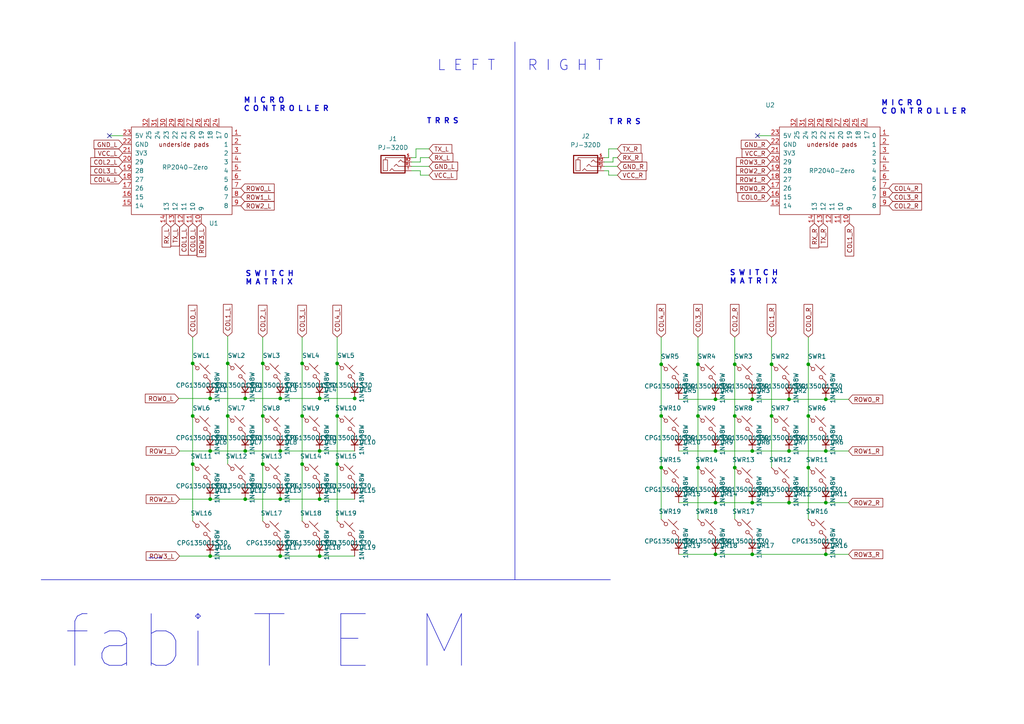
<source format=kicad_sch>
(kicad_sch (version 20231120) (generator "eeschema") (generator_version "8.0")
  (paper "A4")
  (title_block (title "fabiTEM split keyboard") (date "2024-05-23") (rev "0.5") (comment 1 "made by fabilab"))
  (junction (at 102.87 115.57))
  (junction (at 228.854 115.824))
  (junction (at 60.96 144.78))
  (junction (at 55.88 120.65))
  (junction (at 76.2 105.41))
  (junction (at 97.79 120.65))
  (junction (at 55.88 105.41))
  (junction (at 218.186 160.782))
  (junction (at 213.106 120.65))
  (junction (at 55.88 134.62))
  (junction (at 60.96 161.29))
  (junction (at 202.438 120.65))
  (junction (at 228.854 130.81))
  (junction (at 207.518 145.796))
  (junction (at 71.12 115.57))
  (junction (at 97.79 105.41))
  (junction (at 66.04 105.41))
  (junction (at 81.28 115.57))
  (junction (at 207.518 160.782))
  (junction (at 87.63 134.62))
  (junction (at 191.77 135.636))
  (junction (at 213.106 135.636))
  (junction (at 223.774 105.664))
  (junction (at 92.71 144.78))
  (junction (at 92.71 161.29))
  (junction (at 213.106 105.664))
  (junction (at 81.28 130.81))
  (junction (at 71.12 144.78))
  (junction (at 92.71 115.57))
  (junction (at 191.77 105.664))
  (junction (at 207.518 130.81))
  (junction (at 60.96 130.81))
  (junction (at 239.522 145.796))
  (junction (at 218.186 115.824))
  (junction (at 87.63 105.41))
  (junction (at 60.96 115.57))
  (junction (at 218.186 130.81))
  (junction (at 76.2 134.62))
  (junction (at 92.71 130.81))
  (junction (at 202.438 135.636))
  (junction (at 239.522 130.81))
  (junction (at 81.28 161.29))
  (junction (at 71.12 130.81))
  (junction (at 234.442 120.65))
  (junction (at 81.28 144.78))
  (junction (at 239.522 160.782))
  (junction (at 239.522 115.824))
  (junction (at 66.04 120.65))
  (junction (at 76.2 120.65))
  (junction (at 223.774 120.65))
  (junction (at 218.186 145.796))
  (junction (at 234.442 135.636))
  (junction (at 97.79 134.62))
  (junction (at 207.518 115.824))
  (junction (at 234.442 105.664))
  (junction (at 228.854 145.796))
  (junction (at 202.438 105.664))
  (junction (at 191.77 120.65))
  (junction (at 87.63 120.65))
  (no_connect (at 219.71 39.37))
  (no_connect (at 31.75 39.37))
  (wire (pts (xy 196.85 145.796) (xy 207.518 145.796)))
  (wire (pts (xy 97.79 134.62) (xy 97.79 151.13)))
  (wire (pts (xy 196.85 130.81) (xy 207.518 130.81)))
  (wire (pts (xy 176.53 50.8) (xy 179.07 50.8)))
  (wire (pts (xy 207.518 160.782) (xy 218.186 160.782)))
  (wire (pts (xy 234.442 97.79) (xy 234.442 105.664)))
  (wire (pts (xy 71.12 115.57) (xy 81.28 115.57)))
  (wire (pts (xy 121.92 45.72) (xy 124.46 45.72)))
  (wire (pts (xy 60.96 144.78) (xy 71.12 144.78)))
  (wire (pts (xy 177.8 46.99) (xy 177.8 45.72)))
  (wire (pts (xy 239.522 115.824) (xy 246.126 115.824)))
  (wire (pts (xy 81.28 130.81) (xy 92.71 130.81)))
  (wire (pts (xy 175.26 45.72) (xy 176.53 45.72)))
  (wire (pts (xy 191.77 97.79) (xy 191.77 105.664)))
  (wire (pts (xy 218.186 160.782) (xy 239.522 160.782)))
  (wire (pts (xy 228.854 130.81) (xy 239.522 130.81)))
  (wire (pts (xy 81.28 161.29) (xy 92.71 161.29)))
  (wire (pts (xy 191.77 135.636) (xy 191.77 150.622)))
  (wire (pts (xy 218.186 130.81) (xy 228.854 130.81)))
  (wire (pts (xy 191.77 120.65) (xy 191.77 135.636)))
  (wire (pts (xy 97.79 120.65) (xy 97.79 134.62)))
  (wire (pts (xy 52.07 130.81) (xy 60.96 130.81)))
  (wire (pts (xy 66.04 120.65) (xy 66.04 134.62)))
  (wire (pts (xy 234.442 135.636) (xy 234.442 150.622)))
  (wire (pts (xy 207.518 115.824) (xy 218.186 115.824)))
  (wire (pts (xy 60.96 161.29) (xy 81.28 161.29)))
  (wire (pts (xy 55.88 134.62) (xy 55.88 151.13)))
  (wire (pts (xy 92.71 144.78) (xy 102.87 144.78)))
  (wire (pts (xy 97.79 105.41) (xy 97.79 120.65)))
  (wire (pts (xy 223.774 105.664) (xy 223.774 120.65)))
  (wire (pts (xy 213.106 97.79) (xy 213.106 105.664)))
  (wire (pts (xy 196.85 115.824) (xy 207.518 115.824)))
  (wire (pts (xy 121.92 49.53) (xy 121.92 50.8)))
  (wire (pts (xy 234.442 105.664) (xy 234.442 120.65)))
  (wire (pts (xy 71.12 144.78) (xy 81.28 144.78)))
  (wire (pts (xy 31.75 39.37) (xy 35.56 39.37)))
  (wire (pts (xy 219.71 39.37) (xy 223.52 39.37)))
  (wire (pts (xy 120.65 43.18) (xy 120.65 45.72)))
  (wire (pts (xy 239.522 130.81) (xy 246.126 130.81)))
  (wire (pts (xy 124.46 43.18) (xy 120.65 43.18)))
  (polyline (pts (xy 43.18 161.798) (xy 46.99 161.798)) (stroke (width 0) (type dash)))
  (wire (pts (xy 119.38 46.99) (xy 121.92 46.99)))
  (wire (pts (xy 196.85 160.782) (xy 207.518 160.782)))
  (wire (pts (xy 239.522 160.782) (xy 246.126 160.782)))
  (wire (pts (xy 223.774 120.65) (xy 223.774 135.636)))
  (wire (pts (xy 218.186 145.796) (xy 228.854 145.796)))
  (wire (pts (xy 121.92 50.8) (xy 124.46 50.8)))
  (wire (pts (xy 55.88 97.79) (xy 55.88 105.41)))
  (wire (pts (xy 97.79 97.79) (xy 97.79 105.41)))
  (wire (pts (xy 81.28 144.78) (xy 92.71 144.78)))
  (wire (pts (xy 213.106 120.65) (xy 213.106 135.636)))
  (wire (pts (xy 119.38 49.53) (xy 121.92 49.53)))
  (wire (pts (xy 55.88 120.65) (xy 55.88 134.62)))
  (wire (pts (xy 121.92 46.99) (xy 121.92 45.72)))
  (wire (pts (xy 87.63 134.62) (xy 87.63 151.13)))
  (wire (pts (xy 87.63 97.79) (xy 87.63 105.41)))
  (wire (pts (xy 176.53 43.18) (xy 179.07 43.18)))
  (wire (pts (xy 175.26 48.26) (xy 179.07 48.26)))
  (wire (pts (xy 202.438 105.664) (xy 202.438 120.65)))
  (wire (pts (xy 223.774 97.79) (xy 223.774 105.664)))
  (wire (pts (xy 202.438 135.636) (xy 202.438 150.622)))
  (wire (pts (xy 175.26 49.53) (xy 176.53 49.53)))
  (wire (pts (xy 175.26 46.99) (xy 177.8 46.99)))
  (polyline (pts (xy 149.352 12.192) (xy 149.352 168.148)) (stroke (width 0) (type solid)))
  (wire (pts (xy 51.816 115.57) (xy 60.96 115.57)))
  (wire (pts (xy 92.71 115.57) (xy 102.87 115.57)))
  (wire (pts (xy 92.71 130.81) (xy 102.87 130.81)))
  (wire (pts (xy 87.63 120.65) (xy 87.63 134.62)))
  (wire (pts (xy 76.2 134.62) (xy 76.2 151.13)))
  (polyline (pts (xy 11.938 168.148) (xy 177.038 168.148)) (stroke (width 0) (type solid)))
  (wire (pts (xy 60.96 115.57) (xy 71.12 115.57)))
  (wire (pts (xy 76.2 105.41) (xy 76.2 120.65)))
  (wire (pts (xy 81.28 115.57) (xy 92.71 115.57)))
  (wire (pts (xy 207.518 145.796) (xy 218.186 145.796)))
  (wire (pts (xy 71.12 130.81) (xy 81.28 130.81)))
  (wire (pts (xy 60.96 130.81) (xy 71.12 130.81)))
  (wire (pts (xy 213.106 135.636) (xy 213.106 150.622)))
  (wire (pts (xy 102.87 115.57) (xy 103.124 115.57)))
  (wire (pts (xy 119.38 48.26) (xy 124.46 48.26)))
  (wire (pts (xy 120.65 45.72) (xy 119.38 45.72)))
  (wire (pts (xy 66.04 105.41) (xy 66.04 120.65)))
  (wire (pts (xy 66.04 97.536) (xy 66.04 105.41)))
  (wire (pts (xy 92.71 161.29) (xy 102.87 161.29)))
  (wire (pts (xy 87.63 105.41) (xy 87.63 120.65)))
  (wire (pts (xy 207.518 130.81) (xy 218.186 130.81)))
  (wire (pts (xy 202.438 120.65) (xy 202.438 135.636)))
  (wire (pts (xy 218.186 115.824) (xy 228.854 115.824)))
  (wire (pts (xy 176.53 45.72) (xy 176.53 43.18)))
  (wire (pts (xy 191.77 105.664) (xy 191.77 120.65)))
  (wire (pts (xy 202.438 97.79) (xy 202.438 105.664)))
  (wire (pts (xy 213.106 105.664) (xy 213.106 120.65)))
  (wire (pts (xy 228.854 145.796) (xy 239.522 145.796)))
  (wire (pts (xy 76.2 120.65) (xy 76.2 134.62)))
  (wire (pts (xy 76.2 97.79) (xy 76.2 105.41)))
  (wire (pts (xy 52.07 144.78) (xy 60.96 144.78)))
  (wire (pts (xy 52.07 161.29) (xy 60.96 161.29)))
  (wire (pts (xy 239.522 145.796) (xy 246.126 145.796)))
  (wire (pts (xy 55.88 105.41) (xy 55.88 120.65)))
  (wire (pts (xy 228.854 115.824) (xy 239.522 115.824)))
  (wire (pts (xy 176.53 49.53) (xy 176.53 50.8)))
  (wire (pts (xy 234.442 120.65) (xy 234.442 135.636)))
  (wire (pts (xy 177.8 45.72) (xy 179.07 45.72)))
  (text "M I C R O \nC O N T R O L L E R" (at 255.524 33.274 0) (effects (font (size 1.5 1.5) (thickness 0.3) (bold yes)) (justify left bottom)))
  (text "T R R S" (at 176.53 36.322 0) (effects (font (size 1.5 1.5) (thickness 0.3) (bold yes)) (justify left bottom)))
  (text "S W I T C H\nM A T R I X" (at 71.12 82.804 0) (effects (font (size 1.5 1.5) (thickness 0.3) (bold yes)) (justify left bottom)))
  (text "fabi T E M" (at 18.034 195.072 0) (effects (font (size 15 15)) (justify left bottom)))
  (text "S W I T C H\nM A T R I X" (at 211.582 82.55 0) (effects (font (size 1.5 1.5) (thickness 0.3) (bold yes)) (justify left bottom)))
  (text "T R R S" (at 123.698 36.068 0) (effects (font (size 1.5 1.5) (thickness 0.3) (bold yes)) (justify left bottom)))
  (text "R I G H T" (at 152.908 20.828 0) (effects (font (size 3 3)) (justify left bottom)))
  (text "L E F T" (at 143.764 20.828 0) (effects (font (size 3 3)) (justify right bottom)))
  (text "M I C R O \nC O N T R O L L E R" (at 70.612 32.512 0) (effects (font (size 1.5 1.5) (thickness 0.3) (bold yes)) (justify left bottom)))
  (global_label "VCC_R" (shape input) (at 223.52 44.45 180) (property "Intersheetrefs" "${INTERSHEET_REFS}" (effects (hide yes))))
  (global_label "VCC_L" (shape input) (at 124.46 50.8 0) (property "Intersheetrefs" "${INTERSHEET_REFS}" (effects (hide yes))))
  (global_label "ROW3_R" (shape input) (at 246.126 160.782 0) (property "Intersheetrefs" "${INTERSHEET_REFS}" (effects (hide yes))))
  (global_label "GND_R" (shape input) (at 223.52 41.91 180) (property "Intersheetrefs" "${INTERSHEET_REFS}" (effects (hide yes))))
  (global_label "COL3_L" (shape input) (at 87.63 97.79 90) (property "Intersheetrefs" "${INTERSHEET_REFS}" (effects (hide yes))))
  (global_label "COL4_L" (shape input) (at 97.79 97.79 90) (property "Intersheetrefs" "${INTERSHEET_REFS}" (effects (hide yes))))
  (global_label "ROW0_R" (shape input) (at 246.126 115.824 0) (property "Intersheetrefs" "${INTERSHEET_REFS}" (effects (hide yes))))
  (global_label "COL1_L" (shape input) (at 66.04 97.536 90) (property "Intersheetrefs" "${INTERSHEET_REFS}" (effects (hide yes))))
  (global_label "COL2_R" (shape input) (at 213.106 97.79 90) (property "Intersheetrefs" "${INTERSHEET_REFS}" (effects (hide yes))))
  (global_label "GND_L" (shape input) (at 35.56 41.91 180) (property "Intersheetrefs" "${INTERSHEET_REFS}" (effects (hide yes))))
  (global_label "ROW0_R" (shape input) (at 223.52 54.61 180) (property "Intersheetrefs" "${INTERSHEET_REFS}" (effects (hide yes))))
  (global_label "COL0_R" (shape input) (at 223.52 57.15 180) (property "Intersheetrefs" "${INTERSHEET_REFS}" (effects (hide yes))))
  (global_label "COL4_R" (shape input) (at 257.81 54.61 0) (property "Intersheetrefs" "${INTERSHEET_REFS}" (effects (hide yes))))
  (global_label "RX_L" (shape input) (at 124.46 45.72 0) (property "Intersheetrefs" "${INTERSHEET_REFS}" (effects (hide yes))))
  (global_label "TX_R" (shape input) (at 179.07 43.18 0) (property "Intersheetrefs" "${INTERSHEET_REFS}" (effects (hide yes))))
  (global_label "ROW3_L" (shape input) (at 52.07 161.29 180) (property "Intersheetrefs" "${INTERSHEET_REFS}" (effects (hide yes))))
  (global_label "VCC_L" (shape input) (at 35.56 44.45 180) (property "Intersheetrefs" "${INTERSHEET_REFS}" (effects (hide yes))))
  (global_label "TX_L" (shape input) (at 124.46 43.18 0) (property "Intersheetrefs" "${INTERSHEET_REFS}" (effects (hide yes))))
  (global_label "COL1_R" (shape input) (at 246.38 64.77 270) (property "Intersheetrefs" "${INTERSHEET_REFS}" (effects (hide yes))))
  (global_label "ROW3_R" (shape input) (at 223.52 46.99 180) (property "Intersheetrefs" "${INTERSHEET_REFS}" (effects (hide yes))))
  (global_label "ROW0_L" (shape input) (at 51.816 115.57 180) (property "Intersheetrefs" "${INTERSHEET_REFS}" (effects (hide yes))))
  (global_label "ROW1_R" (shape input) (at 246.126 130.81 0) (property "Intersheetrefs" "${INTERSHEET_REFS}" (effects (hide yes))))
  (global_label "GND_L" (shape input) (at 124.46 48.26 0) (property "Intersheetrefs" "${INTERSHEET_REFS}" (effects (hide yes))))
  (global_label "RX_L" (shape input) (at 48.26 64.77 270) (property "Intersheetrefs" "${INTERSHEET_REFS}" (effects (hide yes))))
  (global_label "COL0_L" (shape input) (at 55.88 97.79 90) (property "Intersheetrefs" "${INTERSHEET_REFS}" (effects (hide yes))))
  (global_label "ROW3_L" (shape input) (at 58.42 64.77 270) (property "Intersheetrefs" "${INTERSHEET_REFS}" (effects (hide yes))))
  (global_label "COL3_R" (shape input) (at 257.81 57.15 0) (property "Intersheetrefs" "${INTERSHEET_REFS}" (effects (hide yes))))
  (global_label "RX_R" (shape input) (at 179.07 45.72 0) (property "Intersheetrefs" "${INTERSHEET_REFS}" (effects (hide yes))))
  (global_label "COL4_R" (shape input) (at 191.77 97.79 90) (property "Intersheetrefs" "${INTERSHEET_REFS}" (effects (hide yes))))
  (global_label "VCC_R" (shape input) (at 179.07 50.8 0) (property "Intersheetrefs" "${INTERSHEET_REFS}" (effects (hide yes))))
  (global_label "COL3_R" (shape input) (at 202.438 97.79 90) (property "Intersheetrefs" "${INTERSHEET_REFS}" (effects (hide yes))))
  (global_label "TX_R" (shape input) (at 238.76 64.77 270) (property "Intersheetrefs" "${INTERSHEET_REFS}" (effects (hide yes))))
  (global_label "ROW1_L" (shape input) (at 52.07 130.81 180) (property "Intersheetrefs" "${INTERSHEET_REFS}" (effects (hide yes))))
  (global_label "ROW2_L" (shape input) (at 69.85 59.69 0) (property "Intersheetrefs" "${INTERSHEET_REFS}" (effects (hide yes))))
  (global_label "COL2_R" (shape input) (at 257.81 59.69 0) (property "Intersheetrefs" "${INTERSHEET_REFS}" (effects (hide yes))))
  (global_label "ROW1_L" (shape input) (at 69.85 57.15 0) (property "Intersheetrefs" "${INTERSHEET_REFS}" (effects (hide yes))))
  (global_label "COL1_R" (shape input) (at 223.774 97.79 90) (property "Intersheetrefs" "${INTERSHEET_REFS}" (effects (hide yes))))
  (global_label "GND_R" (shape input) (at 179.07 48.26 0) (property "Intersheetrefs" "${INTERSHEET_REFS}" (effects (hide yes))))
  (global_label "COL0_L" (shape input) (at 55.88 64.77 270) (property "Intersheetrefs" "${INTERSHEET_REFS}" (effects (hide yes))))
  (global_label "COL2_L" (shape input) (at 35.56 46.99 180) (property "Intersheetrefs" "${INTERSHEET_REFS}" (effects (hide yes))))
  (global_label "ROW1_R" (shape input) (at 223.52 52.07 180) (property "Intersheetrefs" "${INTERSHEET_REFS}" (effects (hide yes))))
  (global_label "ROW2_R" (shape input) (at 246.126 145.796 0) (property "Intersheetrefs" "${INTERSHEET_REFS}" (effects (hide yes))))
  (global_label "COL0_R" (shape input) (at 234.442 97.79 90) (property "Intersheetrefs" "${INTERSHEET_REFS}" (effects (hide yes))))
  (global_label "COL3_L" (shape input) (at 35.56 49.53 180) (property "Intersheetrefs" "${INTERSHEET_REFS}" (effects (hide yes))))
  (global_label "COL2_L" (shape input) (at 76.2 97.79 90) (property "Intersheetrefs" "${INTERSHEET_REFS}" (effects (hide yes))))
  (global_label "TX_L" (shape input) (at 50.8 64.77 270) (property "Intersheetrefs" "${INTERSHEET_REFS}" (effects (hide yes))))
  (global_label "ROW2_L" (shape input) (at 52.07 144.78 180) (property "Intersheetrefs" "${INTERSHEET_REFS}" (effects (hide yes))))
  (global_label "COL4_L" (shape input) (at 35.56 52.07 180) (property "Intersheetrefs" "${INTERSHEET_REFS}" (effects (hide yes))))
  (global_label "RX_R" (shape input) (at 236.22 64.77 270) (property "Intersheetrefs" "${INTERSHEET_REFS}" (effects (hide yes))))
  (global_label "ROW0_L" (shape input) (at 69.85 54.61 0) (property "Intersheetrefs" "${INTERSHEET_REFS}" (effects (hide yes))))
  (global_label "COL1_L" (shape input) (at 53.34 64.77 270) (property "Intersheetrefs" "${INTERSHEET_REFS}" (effects (hide yes))))
  (global_label "ROW2_R" (shape input) (at 223.52 49.53 180) (property "Intersheetrefs" "${INTERSHEET_REFS}" (effects (hide yes))))
  (symbol (lib_name "D_Small_25") (lib_id "fabiTEM:D_Small") (at 102.87 158.75 90) (unit 1)
    (property "Reference" "DL19" (at 104.14 158.75 90) (effects (justify right)))
    (property "Value" "1N4148W" (at 104.902 162.56 0) (effects (justify left)))
    (property "Footprint" "fabiTEM:Diode_SOD123" (effects (hide yes)))
    (property "Description" "100V 0.15A Fast Switching Diode, SOD-123" (effects (hide yes)))
    (property "Sim.Device" "D" (effects (hide yes)))
    (property "Sim.Pins" "1=K 2=A" (effects (hide yes)))
  )
  (symbol (lib_id "fabiTEM:SW_Push_45deg") (at 226.314 108.204 0) (unit 1)
    (property "Reference" "SWR2" (at 226.314 103.378 0))
    (property "Value" "CPG135001S30" (at 226.314 112.014 0))
    (property "Footprint" "fabiTEM:Kailh_socket_PG1350_reverse" (effects (hide yes)))
    (property "Description" "Push button switch, normally open, two pins, 45° tilted" (effects (hide yes)))
  )
  (symbol (lib_id "fabiTEM:SW_Push_45deg") (at 78.74 153.67 0) (unit 1)
    (property "Reference" "SWL17" (at 78.74 148.844 0))
    (property "Value" "CPG135001S30" (at 78.74 157.48 0))
    (property "Footprint" "fabiTEM:Kailh_socket_PG1350_reverse" (effects (hide yes)))
    (property "Description" "Push button switch, normally open, two pins, 45° tilted" (effects (hide yes)))
  )
  (symbol (lib_id "fabiTEM:SW_Push_45deg") (at 58.42 153.67 0) (unit 1)
    (property "Reference" "SWL16" (at 58.42 148.844 0))
    (property "Value" "CPG135001S30" (at 58.674 157.48 0))
    (property "Footprint" "fabiTEM:Kailh_socket_PG1350_reverse" (effects (hide yes)))
    (property "Description" "Push button switch, normally open, two pins, 45° tilted" (effects (hide yes)))
  )
  (symbol (lib_id "fabiTEM:SW_Push_45deg") (at 236.982 153.162 0) (unit 1)
    (property "Reference" "SWR16" (at 236.982 148.336 0))
    (property "Value" "CPG135001S30" (at 236.982 156.972 0))
    (property "Footprint" "fabiTEM:Kailh_socket_PG1350_reverse" (effects (hide yes)))
    (property "Description" "Push button switch, normally open, two pins, 45° tilted" (effects (hide yes)))
  )
  (symbol (lib_id "fabiTEM:SW_Push_45deg") (at 90.17 107.95 0) (unit 1)
    (property "Reference" "SWL4" (at 90.17 103.124 0))
    (property "Value" "CPG135001S30" (at 90.17 111.76 0))
    (property "Footprint" "fabiTEM:Kailh_socket_PG1350_reverse" (effects (hide yes)))
    (property "Description" "Push button switch, normally open, two pins, 45° tilted" (effects (hide yes)))
  )
  (symbol (lib_name "D_Small_15") (lib_id "fabiTEM:D_Small") (at 239.522 128.27 90) (unit 1)
    (property "Reference" "DR6" (at 240.792 128.27 90) (effects (justify right)))
    (property "Value" "1N4148W" (at 241.554 132.08 0) (effects (justify left)))
    (property "Footprint" "fabiTEM:Diode_SOD123" (effects (hide yes)))
    (property "Description" "100V 0.15A Fast Switching Diode, SOD-123" (effects (hide yes)))
    (property "Sim.Device" "D" (effects (hide yes)))
    (property "Sim.Pins" "1=K 2=A" (effects (hide yes)))
  )
  (symbol (lib_id "fabiTEM:SW_Push_45deg") (at 215.646 108.204 0) (unit 1)
    (property "Reference" "SWR3" (at 215.646 103.378 0))
    (property "Value" "CPG135001S30" (at 215.646 112.014 0))
    (property "Footprint" "fabiTEM:Kailh_socket_PG1350_reverse" (effects (hide yes)))
    (property "Description" "Push button switch, normally open, two pins, 45° tilted" (effects (hide yes)))
  )
  (symbol (lib_id "fabiTEM:SW_Push_45deg") (at 78.74 107.95 0) (unit 1)
    (property "Reference" "SWL3" (at 78.74 103.124 0))
    (property "Value" "CPG135001S30" (at 78.74 111.76 0))
    (property "Footprint" "fabiTEM:Kailh_socket_PG1350_reverse" (effects (hide yes)))
    (property "Description" "Push button switch, normally open, two pins, 45° tilted" (effects (hide yes)))
  )
  (symbol (lib_name "D_Small_6") (lib_id "fabiTEM:D_Small") (at 196.85 113.284 90) (unit 1)
    (property "Reference" "DR5" (at 198.12 113.284 90) (effects (justify right)))
    (property "Value" "1N4148W" (at 198.882 117.094 0) (effects (justify left)))
    (property "Footprint" "fabiTEM:Diode_SOD123" (effects (hide yes)))
    (property "Description" "100V 0.15A Fast Switching Diode, SOD-123" (effects (hide yes)))
    (property "Sim.Device" "D" (effects (hide yes)))
    (property "Sim.Pins" "1=K 2=A" (effects (hide yes)))
  )
  (symbol (lib_id "fabiTEM:SW_Push_45deg") (at 194.31 123.19 0) (unit 1)
    (property "Reference" "SWR10" (at 194.31 118.364 0))
    (property "Value" "CPG135001S30" (at 194.31 127 0))
    (property "Footprint" "fabiTEM:Kailh_socket_PG1350_reverse" (effects (hide yes)))
    (property "Description" "Push button switch, normally open, two pins, 45° tilted" (effects (hide yes)))
  )
  (symbol (lib_id "fabiTEM:SW_Push_45deg") (at 226.314 138.176 0) (unit 1)
    (property "Reference" "SWR12" (at 226.314 133.35 0))
    (property "Value" "CPG135001S30" (at 226.314 141.986 0))
    (property "Footprint" "fabiTEM:Kailh_socket_PG1350_reverse" (effects (hide yes)))
    (property "Description" "Push button switch, normally open, two pins, 45° tilted" (effects (hide yes)))
  )
  (symbol (lib_id "fabiTEM:SW_Push_45deg") (at 215.646 123.19 0) (unit 1)
    (property "Reference" "SWR8" (at 215.646 118.364 0))
    (property "Value" "CPG135001S30" (at 215.646 127 0))
    (property "Footprint" "fabiTEM:Kailh_socket_PG1350_reverse" (effects (hide yes)))
    (property "Description" "Push button switch, normally open, two pins, 45° tilted" (effects (hide yes)))
  )
  (symbol (lib_id "fabiTEM:SW_Push_45deg") (at 68.58 123.19 0) (unit 1)
    (property "Reference" "SWL7" (at 68.58 118.364 0))
    (property "Value" "CPG135001S30" (at 68.58 127 0))
    (property "Footprint" "fabiTEM:Kailh_socket_PG1350_reverse" (effects (hide yes)))
    (property "Description" "Push button switch, normally open, two pins, 45° tilted" (effects (hide yes)))
  )
  (symbol (lib_name "D_Small_17") (lib_id "fabiTEM:D_Small") (at 207.518 143.256 90) (unit 1)
    (property "Reference" "DR14" (at 208.788 143.256 90) (effects (justify right)))
    (property "Value" "1N4148W" (at 209.55 147.066 0) (effects (justify left)))
    (property "Footprint" "fabiTEM:Diode_SOD123" (effects (hide yes)))
    (property "Description" "100V 0.15A Fast Switching Diode, SOD-123" (effects (hide yes)))
    (property "Sim.Device" "D" (effects (hide yes)))
    (property "Sim.Pins" "1=K 2=A" (effects (hide yes)))
  )
  (symbol (lib_id "fabiTEM:SW_Push_45deg") (at 215.646 138.176 0) (unit 1)
    (property "Reference" "SWR13" (at 215.646 133.35 0))
    (property "Value" "CPG135001S30" (at 215.646 141.986 0))
    (property "Footprint" "fabiTEM:Kailh_socket_PG1350_reverse" (effects (hide yes)))
    (property "Description" "Push button switch, normally open, two pins, 45° tilted" (effects (hide yes)))
  )
  (symbol (lib_name "D_Small_1") (lib_id "fabiTEM:D_Small") (at 60.96 113.03 90) (unit 1)
    (property "Reference" "DL1" (at 62.23 113.03 90) (effects (justify right)))
    (property "Value" "1N4148W" (at 62.992 116.84 0) (effects (justify left)))
    (property "Footprint" "fabiTEM:Diode_SOD123" (effects (hide yes)))
    (property "Description" "100V 0.15A Fast Switching Diode, SOD-123" (effects (hide yes)))
    (property "Sim.Device" "D" (effects (hide yes)))
    (property "Sim.Pins" "1=K 2=A" (effects (hide yes)))
  )
  (symbol (lib_name "D_Small_23") (lib_id "fabiTEM:D_Small") (at 239.522 158.242 90) (unit 1)
    (property "Reference" "DR16" (at 240.792 158.242 90) (effects (justify right)))
    (property "Value" "1N4148W" (at 241.554 162.052 0) (effects (justify left)))
    (property "Footprint" "fabiTEM:Diode_SOD123" (effects (hide yes)))
    (property "Description" "100V 0.15A Fast Switching Diode, SOD-123" (effects (hide yes)))
    (property "Sim.Device" "D" (effects (hide yes)))
    (property "Sim.Pins" "1=K 2=A" (effects (hide yes)))
  )
  (symbol (lib_id "fabiTEM:SW_Push_45deg") (at 194.31 108.204 0) (unit 1)
    (property "Reference" "SWR5" (at 194.31 103.378 0))
    (property "Value" "CPG135001S30" (at 194.31 112.014 0))
    (property "Footprint" "fabiTEM:Kailh_socket_PG1350_reverse" (effects (hide yes)))
    (property "Description" "Push button switch, normally open, two pins, 45° tilted" (effects (hide yes)))
  )
  (symbol (lib_name "D_Small_2") (lib_id "fabiTEM:D_Small") (at 71.12 113.03 90) (unit 1)
    (property "Reference" "DL2" (at 72.39 113.03 90) (effects (justify right)))
    (property "Value" "1N4148W" (at 73.152 116.84 0) (effects (justify left)))
    (property "Footprint" "fabiTEM:Diode_SOD123" (effects (hide yes)))
    (property "Description" "100V 0.15A Fast Switching Diode, SOD-123" (effects (hide yes)))
    (property "Sim.Device" "D" (effects (hide yes)))
    (property "Sim.Pins" "1=K 2=A" (effects (hide yes)))
  )
  (symbol (lib_id "fabiTEM:SW_Push_45deg") (at 78.74 123.19 0) (unit 1)
    (property "Reference" "SWL8" (at 78.74 118.364 0))
    (property "Value" "CPG135001S30" (at 78.74 127 0))
    (property "Footprint" "fabiTEM:Kailh_socket_PG1350_reverse" (effects (hide yes)))
    (property "Description" "Push button switch, normally open, two pins, 45° tilted" (effects (hide yes)))
  )
  (symbol (lib_id "fabiTEM:SW_Push_45deg") (at 90.17 137.16 0) (unit 1)
    (property "Reference" "SWL14" (at 90.17 132.334 0))
    (property "Value" "CPG135001S30" (at 90.17 140.97 0))
    (property "Footprint" "fabiTEM:Kailh_socket_PG1350_reverse" (effects (hide yes)))
    (property "Description" "Push button switch, normally open, two pins, 45° tilted" (effects (hide yes)))
  )
  (symbol (lib_id "fabiTEM:D_Small") (at 92.71 142.24 90) (unit 1)
    (property "Reference" "DL14" (at 93.98 142.24 90) (effects (justify right)))
    (property "Value" "1N4148W" (at 94.742 146.05 0) (effects (justify left)))
    (property "Footprint" "fabiTEM:Diode_SOD123" (effects (hide yes)))
    (property "Description" "100V 0.15A Fast Switching Diode, SOD-123" (effects (hide yes)))
    (property "Sim.Device" "D" (effects (hide yes)))
    (property "Sim.Pins" "1=K 2=A" (effects (hide yes)))
  )
  (symbol (lib_name "D_Small_16") (lib_id "fabiTEM:D_Small") (at 196.85 143.256 90) (unit 1)
    (property "Reference" "DR15" (at 198.12 143.256 90) (effects (justify right)))
    (property "Value" "1N4148W" (at 198.882 147.066 0) (effects (justify left)))
    (property "Footprint" "fabiTEM:Diode_SOD123" (effects (hide yes)))
    (property "Description" "100V 0.15A Fast Switching Diode, SOD-123" (effects (hide yes)))
    (property "Sim.Device" "D" (effects (hide yes)))
    (property "Sim.Pins" "1=K 2=A" (effects (hide yes)))
  )
  (symbol (lib_id "fabiTEM:SW_Push_45deg") (at 100.33 153.67 0) (unit 1)
    (property "Reference" "SWL19" (at 100.33 148.844 0))
    (property "Value" "CPG135001S30" (at 100.33 157.48 0))
    (property "Footprint" "fabiTEM:Kailh_socket_PG1350_reverse" (effects (hide yes)))
    (property "Description" "Push button switch, normally open, two pins, 45° tilted" (effects (hide yes)))
  )
  (symbol (lib_id "fabiTEM:SW_Push_45deg") (at 194.31 153.162 0) (unit 1)
    (property "Reference" "SWR19" (at 194.31 148.336 0))
    (property "Value" "CPG135001S30" (at 194.31 156.972 0))
    (property "Footprint" "fabiTEM:Kailh_socket_PG1350_reverse" (effects (hide yes)))
    (property "Description" "Push button switch, normally open, two pins, 45° tilted" (effects (hide yes)))
  )
  (symbol (lib_name "MJ-4PP-9_1") (lib_id "kbd:MJ-4PP-9") (at 114.3 47.625 0) (unit 1)
    (property "Reference" "J1" (at 113.9825 40.259 0))
    (property "Value" "PJ-320D" (at 113.9825 42.799 0))
    (property "Footprint" "Connector_Audio:Jack_3.5mm_PJ320D_Horizontal" (effects (hide yes)))
  )
  (symbol (lib_id "fabiTEM:SW_Push_45deg") (at 215.646 153.162 0) (unit 1)
    (property "Reference" "SWR17" (at 215.646 148.336 0))
    (property "Value" "CPG135001S30" (at 215.646 156.972 0))
    (property "Footprint" "fabiTEM:Kailh_socket_PG1350_reverse" (effects (hide yes)))
    (property "Description" "Push button switch, normally open, two pins, 45° tilted" (effects (hide yes)))
  )
  (symbol (lib_id "fabiTEM:SW_Push_45deg") (at 226.314 123.19 0) (unit 1)
    (property "Reference" "SWR7" (at 226.314 118.364 0))
    (property "Value" "CPG135001S30" (at 226.314 127 0))
    (property "Footprint" "fabiTEM:Kailh_socket_PG1350_reverse" (effects (hide yes)))
    (property "Description" "Push button switch, normally open, two pins, 45° tilted" (effects (hide yes)))
  )
  (symbol (lib_id "fabiTEM:SW_Push_45deg") (at 58.42 107.95 0) (unit 1)
    (property "Reference" "SWL1" (at 58.42 103.124 0))
    (property "Value" "CPG135001S30" (at 58.42 111.76 0))
    (property "Footprint" "fabiTEM:Kailh_socket_PG1350_reverse" (effects (hide yes)))
    (property "Description" "Push button switch, normally open, two pins, 45° tilted" (effects (hide yes)))
  )
  (symbol (lib_name "D_Small_5") (lib_id "fabiTEM:D_Small") (at 102.87 113.03 90) (unit 1)
    (property "Reference" "DL5" (at 104.14 113.03 90) (effects (justify right)))
    (property "Value" "1N4148W" (at 104.902 116.84 0) (effects (justify left)))
    (property "Footprint" "fabiTEM:Diode_SOD123" (effects (hide yes)))
    (property "Description" "100V 0.15A Fast Switching Diode, SOD-123" (effects (hide yes)))
    (property "Sim.Device" "D" (effects (hide yes)))
    (property "Sim.Pins" "1=K 2=A" (effects (hide yes)))
  )
  (symbol (lib_name "D_Small_7") (lib_id "fabiTEM:D_Small") (at 207.518 113.284 90) (unit 1)
    (property "Reference" "DR4" (at 208.788 113.284 90) (effects (justify right)))
    (property "Value" "1N4148W" (at 209.55 117.094 0) (effects (justify left)))
    (property "Footprint" "fabiTEM:Diode_SOD123" (effects (hide yes)))
    (property "Description" "100V 0.15A Fast Switching Diode, SOD-123" (effects (hide yes)))
    (property "Sim.Device" "D" (effects (hide yes)))
    (property "Sim.Pins" "1=K 2=A" (effects (hide yes)))
  )
  (symbol (lib_name "D_Small_18") (lib_id "fabiTEM:D_Small") (at 218.186 143.256 90) (unit 1)
    (property "Reference" "DR13" (at 219.456 143.256 90) (effects (justify right)))
    (property "Value" "1N4148W" (at 220.218 147.066 0) (effects (justify left)))
    (property "Footprint" "fabiTEM:Diode_SOD123" (effects (hide yes)))
    (property "Description" "100V 0.15A Fast Switching Diode, SOD-123" (effects (hide yes)))
    (property "Sim.Device" "D" (effects (hide yes)))
    (property "Sim.Pins" "1=K 2=A" (effects (hide yes)))
  )
  (symbol (lib_id "fabiTEM:SW_Push_45deg") (at 90.17 123.19 0) (unit 1)
    (property "Reference" "SWL9" (at 90.17 118.364 0))
    (property "Value" "CPG135001S30" (at 90.17 127 0))
    (property "Footprint" "fabiTEM:Kailh_socket_PG1350_reverse" (effects (hide yes)))
    (property "Description" "Push button switch, normally open, two pins, 45° tilted" (effects (hide yes)))
  )
  (symbol (lib_id "fabiTEM:SW_Push_45deg") (at 100.33 107.95 0) (unit 1)
    (property "Reference" "SWL5" (at 100.33 103.124 0))
    (property "Value" "CPG135001S30" (at 100.584 111.76 0))
    (property "Footprint" "fabiTEM:Kailh_socket_PG1350_reverse" (effects (hide yes)))
    (property "Description" "Push button switch, normally open, two pins, 45° tilted" (effects (hide yes)))
  )
  (symbol (lib_id "fabiTEM:SW_Push_45deg") (at 204.978 138.176 0) (unit 1)
    (property "Reference" "SWR14" (at 204.978 133.35 0))
    (property "Value" "CPG135001S30" (at 204.978 141.986 0))
    (property "Footprint" "fabiTEM:Kailh_socket_PG1350_reverse" (effects (hide yes)))
    (property "Description" "Push button switch, normally open, two pins, 45° tilted" (effects (hide yes)))
  )
  (symbol (lib_id "fabiTEM:D_Small") (at 102.87 128.27 90) (unit 1)
    (property "Reference" "DL10" (at 104.14 128.27 90) (effects (justify right)))
    (property "Value" "1N4148W" (at 104.902 132.08 0) (effects (justify left)))
    (property "Footprint" "fabiTEM:Diode_SOD123" (effects (hide yes)))
    (property "Description" "100V 0.15A Fast Switching Diode, SOD-123" (effects (hide yes)))
    (property "Sim.Device" "D" (effects (hide yes)))
    (property "Sim.Pins" "1=K 2=A" (effects (hide yes)))
  )
  (symbol (lib_id "fabiTEM:D_Small") (at 92.71 158.75 90) (unit 1)
    (property "Reference" "DL18" (at 93.98 158.75 90) (effects (justify right)))
    (property "Value" "1N4148W" (at 94.742 162.56 0) (effects (justify left)))
    (property "Footprint" "fabiTEM:Diode_SOD123" (effects (hide yes)))
    (property "Description" "100V 0.15A Fast Switching Diode, SOD-123" (effects (hide yes)))
    (property "Sim.Device" "D" (effects (hide yes)))
    (property "Sim.Pins" "1=K 2=A" (effects (hide yes)))
  )
  (symbol (lib_id "fabiTEM:D_Small") (at 71.12 128.27 90) (unit 1)
    (property "Reference" "DL7" (at 72.39 128.27 90) (effects (justify right)))
    (property "Value" "1N4148W" (at 73.152 132.08 0) (effects (justify left)))
    (property "Footprint" "fabiTEM:Diode_SOD123" (effects (hide yes)))
    (property "Description" "100V 0.15A Fast Switching Diode, SOD-123" (effects (hide yes)))
    (property "Sim.Device" "D" (effects (hide yes)))
    (property "Sim.Pins" "1=K 2=A" (effects (hide yes)))
  )
  (symbol (lib_name "D_Small_3") (lib_id "fabiTEM:D_Small") (at 81.28 113.03 90) (unit 1)
    (property "Reference" "DL3" (at 82.55 113.03 90) (effects (justify right)))
    (property "Value" "1N4148W" (at 83.312 116.84 0) (effects (justify left)))
    (property "Footprint" "fabiTEM:Diode_SOD123" (effects (hide yes)))
    (property "Description" "100V 0.15A Fast Switching Diode, SOD-123" (effects (hide yes)))
    (property "Sim.Device" "D" (effects (hide yes)))
    (property "Sim.Pins" "1=K 2=A" (effects (hide yes)))
  )
  (symbol (lib_id "fabiTEM:SW_Push_45deg") (at 68.58 107.95 0) (unit 1)
    (property "Reference" "SWL2" (at 68.58 103.124 0))
    (property "Value" "CPG135001S30" (at 68.58 111.76 0))
    (property "Footprint" "fabiTEM:Kailh_socket_PG1350_reverse" (effects (hide yes)))
    (property "Description" "Push button switch, normally open, two pins, 45° tilted" (effects (hide yes)))
  )
  (symbol (lib_id "fabiTEM:SW_Push_45deg") (at 100.33 137.16 0) (unit 1)
    (property "Reference" "SWL15" (at 100.33 132.334 0))
    (property "Value" "CPG135001S30" (at 100.33 140.97 0))
    (property "Footprint" "fabiTEM:Kailh_socket_PG1350_reverse" (effects (hide yes)))
    (property "Description" "Push button switch, normally open, two pins, 45° tilted" (effects (hide yes)))
  )
  (symbol (lib_id "fabiTEM:SW_Push_45deg") (at 100.33 123.19 0) (unit 1)
    (property "Reference" "SWL10" (at 100.33 118.364 0))
    (property "Value" "CPG135001S30" (at 100.33 127 0))
    (property "Footprint" "fabiTEM:Kailh_socket_PG1350_reverse" (effects (hide yes)))
    (property "Description" "Push button switch, normally open, two pins, 45° tilted" (effects (hide yes)))
  )
  (symbol (lib_name "D_Small_24") (lib_id "fabiTEM:D_Small") (at 218.186 158.242 90) (unit 1)
    (property "Reference" "DR17" (at 219.456 158.242 90) (effects (justify right)))
    (property "Value" "1N4148W" (at 220.218 162.052 0) (effects (justify left)))
    (property "Footprint" "fabiTEM:Diode_SOD123" (effects (hide yes)))
    (property "Description" "100V 0.15A Fast Switching Diode, SOD-123" (effects (hide yes)))
    (property "Sim.Device" "D" (effects (hide yes)))
    (property "Sim.Pins" "1=K 2=A" (effects (hide yes)))
  )
  (symbol (lib_name "D_Small_8") (lib_id "fabiTEM:D_Small") (at 218.186 113.284 90) (unit 1)
    (property "Reference" "DR3" (at 219.456 113.284 90) (effects (justify right)))
    (property "Value" "1N4148W" (at 220.218 117.094 0) (effects (justify left)))
    (property "Footprint" "fabiTEM:Diode_SOD123" (effects (hide yes)))
    (property "Description" "100V 0.15A Fast Switching Diode, SOD-123" (effects (hide yes)))
    (property "Sim.Device" "D" (effects (hide yes)))
    (property "Sim.Pins" "1=K 2=A" (effects (hide yes)))
  )
  (symbol (lib_id "fabiTEM:SW_Push_45deg") (at 194.31 138.176 0) (unit 1)
    (property "Reference" "SWR15" (at 194.31 133.35 0))
    (property "Value" "CPG135001S30" (at 194.31 141.986 0))
    (property "Footprint" "fabiTEM:Kailh_socket_PG1350_reverse" (effects (hide yes)))
    (property "Description" "Push button switch, normally open, two pins, 45° tilted" (effects (hide yes)))
  )
  (symbol (lib_id "fabiTEM:SW_Push_45deg") (at 78.74 137.16 0) (unit 1)
    (property "Reference" "SWL13" (at 78.74 132.334 0))
    (property "Value" "CPG135001S30" (at 78.74 140.97 0))
    (property "Footprint" "fabiTEM:Kailh_socket_PG1350_reverse" (effects (hide yes)))
    (property "Description" "Push button switch, normally open, two pins, 45° tilted" (effects (hide yes)))
  )
  (symbol (lib_id "fabiTEM:D_Small") (at 60.96 158.75 90) (unit 1)
    (property "Reference" "DL16" (at 62.23 158.75 90) (effects (justify right)))
    (property "Value" "1N4148W" (at 62.992 162.56 0) (effects (justify left)))
    (property "Footprint" "fabiTEM:Diode_SOD123" (effects (hide yes)))
    (property "Description" "100V 0.15A Fast Switching Diode, SOD-123" (effects (hide yes)))
    (property "Sim.Device" "D" (effects (hide yes)))
    (property "Sim.Pins" "1=K 2=A" (effects (hide yes)))
  )
  (symbol (lib_name "D_Small_12") (lib_id "fabiTEM:D_Small") (at 207.518 128.27 90) (unit 1)
    (property "Reference" "DR9" (at 208.788 128.27 90) (effects (justify right)))
    (property "Value" "1N4148W" (at 209.55 132.08 0) (effects (justify left)))
    (property "Footprint" "fabiTEM:Diode_SOD123" (effects (hide yes)))
    (property "Description" "100V 0.15A Fast Switching Diode, SOD-123" (effects (hide yes)))
    (property "Sim.Device" "D" (effects (hide yes)))
    (property "Sim.Pins" "1=K 2=A" (effects (hide yes)))
  )
  (symbol (lib_id "fabiTEM:D_Small") (at 102.87 142.24 90) (unit 1)
    (property "Reference" "DL15" (at 104.14 142.24 90) (effects (justify right)))
    (property "Value" "1N4148W" (at 104.902 146.05 0) (effects (justify left)))
    (property "Footprint" "fabiTEM:Diode_SOD123" (effects (hide yes)))
    (property "Description" "100V 0.15A Fast Switching Diode, SOD-123" (effects (hide yes)))
    (property "Sim.Device" "D" (effects (hide yes)))
    (property "Sim.Pins" "1=K 2=A" (effects (hide yes)))
  )
  (symbol (lib_name "D_Small_20") (lib_id "fabiTEM:D_Small") (at 239.522 143.256 90) (unit 1)
    (property "Reference" "DR11" (at 240.792 143.256 90) (effects (justify right)))
    (property "Value" "1N4148W" (at 241.554 147.066 0) (effects (justify left)))
    (property "Footprint" "fabiTEM:Diode_SOD123" (effects (hide yes)))
    (property "Description" "100V 0.15A Fast Switching Diode, SOD-123" (effects (hide yes)))
    (property "Sim.Device" "D" (effects (hide yes)))
    (property "Sim.Pins" "1=K 2=A" (effects (hide yes)))
  )
  (symbol (lib_id "fabiTEM:PJ320D") (at 170.18 47.625 0) (unit 1)
    (property "Reference" "J2" (at 169.8625 39.497 0))
    (property "Value" "PJ-320D" (at 169.8625 42.037 0))
    (property "Footprint" "Connector_Audio:Jack_3.5mm_PJ320D_Horizontal" (effects (hide yes)))
  )
  (symbol (lib_id "fabiTEM:SW_Push_45deg") (at 236.982 108.204 0) (unit 1)
    (property "Reference" "SWR1" (at 236.982 103.378 0))
    (property "Value" "CPG135001S30" (at 236.982 112.014 0))
    (property "Footprint" "fabiTEM:Kailh_socket_PG1350_reverse" (effects (hide yes)))
    (property "Description" "Push button switch, normally open, two pins, 45° tilted" (effects (hide yes)))
  )
  (symbol (lib_id "fabiTEM:D_Small") (at 60.96 128.27 90) (unit 1)
    (property "Reference" "DL6" (at 62.23 128.27 90) (effects (justify right)))
    (property "Value" "1N4148W" (at 62.992 132.08 0) (effects (justify left)))
    (property "Footprint" "fabiTEM:Diode_SOD123" (effects (hide yes)))
    (property "Description" "100V 0.15A Fast Switching Diode, SOD-123" (effects (hide yes)))
    (property "Sim.Device" "D" (effects (hide yes)))
    (property "Sim.Pins" "1=K 2=A" (effects (hide yes)))
  )
  (symbol (lib_name "D_Small_19") (lib_id "fabiTEM:D_Small") (at 228.854 143.256 90) (unit 1)
    (property "Reference" "DR12" (at 230.124 143.256 90) (effects (justify right)))
    (property "Value" "1N4148W" (at 230.886 147.066 0) (effects (justify left)))
    (property "Footprint" "fabiTEM:Diode_SOD123" (effects (hide yes)))
    (property "Description" "100V 0.15A Fast Switching Diode, SOD-123" (effects (hide yes)))
    (property "Sim.Device" "D" (effects (hide yes)))
    (property "Sim.Pins" "1=K 2=A" (effects (hide yes)))
  )
  (symbol (lib_name "D_Small_21") (lib_id "fabiTEM:D_Small") (at 196.85 158.242 90) (unit 1)
    (property "Reference" "DR19" (at 198.12 158.242 90) (effects (justify right)))
    (property "Value" "1N4148W" (at 198.882 162.052 0) (effects (justify left)))
    (property "Footprint" "fabiTEM:Diode_SOD123" (effects (hide yes)))
    (property "Description" "100V 0.15A Fast Switching Diode, SOD-123" (effects (hide yes)))
    (property "Sim.Device" "D" (effects (hide yes)))
    (property "Sim.Pins" "1=K 2=A" (effects (hide yes)))
  )
  (symbol (lib_id "fabiTEM:D_Small") (at 81.28 158.75 90) (unit 1)
    (property "Reference" "DL17" (at 82.55 158.75 90) (effects (justify right)))
    (property "Value" "1N4148W" (at 83.312 162.56 0) (effects (justify left)))
    (property "Footprint" "fabiTEM:Diode_SOD123" (effects (hide yes)))
    (property "Description" "100V 0.15A Fast Switching Diode, SOD-123" (effects (hide yes)))
    (property "Sim.Device" "D" (effects (hide yes)))
    (property "Sim.Pins" "1=K 2=A" (effects (hide yes)))
  )
  (symbol (lib_id "fabiTEM:D_Small") (at 81.28 128.27 90) (unit 1)
    (property "Reference" "DL8" (at 82.55 128.27 90) (effects (justify right)))
    (property "Value" "1N4148W" (at 83.312 132.08 0) (effects (justify left)))
    (property "Footprint" "fabiTEM:Diode_SOD123" (effects (hide yes)))
    (property "Description" "100V 0.15A Fast Switching Diode, SOD-123" (effects (hide yes)))
    (property "Sim.Device" "D" (effects (hide yes)))
    (property "Sim.Pins" "1=K 2=A" (effects (hide yes)))
  )
  (symbol (lib_id "fabiTEM:SW_Push_45deg") (at 204.978 123.19 0) (unit 1)
    (property "Reference" "SWR9" (at 204.978 118.364 0))
    (property "Value" "CPG135001S30" (at 204.978 127 0))
    (property "Footprint" "fabiTEM:Kailh_socket_PG1350_reverse" (effects (hide yes)))
    (property "Description" "Push button switch, normally open, two pins, 45° tilted" (effects (hide yes)))
  )
  (symbol (lib_id "fabiTEM:D_Small") (at 60.96 142.24 90) (unit 1)
    (property "Reference" "DL11" (at 62.23 142.24 90) (effects (justify right)))
    (property "Value" "1N4148W" (at 62.992 146.05 0) (effects (justify left)))
    (property "Footprint" "fabiTEM:Diode_SOD123" (effects (hide yes)))
    (property "Description" "100V 0.15A Fast Switching Diode, SOD-123" (effects (hide yes)))
    (property "Sim.Device" "D" (effects (hide yes)))
    (property "Sim.Pins" "1=K 2=A" (effects (hide yes)))
  )
  (symbol (lib_name "D_Small_10") (lib_id "fabiTEM:D_Small") (at 239.522 113.284 90) (unit 1)
    (property "Reference" "DR1" (at 240.792 113.284 90) (effects (justify right)))
    (property "Value" "1N4148W" (at 241.554 117.094 0) (effects (justify left)))
    (property "Footprint" "fabiTEM:Diode_SOD123" (effects (hide yes)))
    (property "Description" "100V 0.15A Fast Switching Diode, SOD-123" (effects (hide yes)))
    (property "Sim.Device" "D" (effects (hide yes)))
    (property "Sim.Pins" "1=K 2=A" (effects (hide yes)))
  )
  (symbol (lib_id "fabiTEM:D_Small") (at 81.28 142.24 90) (unit 1)
    (property "Reference" "DL13" (at 82.55 142.24 90) (effects (justify right)))
    (property "Value" "1N4148W" (at 83.312 146.05 0) (effects (justify left)))
    (property "Footprint" "fabiTEM:Diode_SOD123" (effects (hide yes)))
    (property "Description" "100V 0.15A Fast Switching Diode, SOD-123" (effects (hide yes)))
    (property "Sim.Device" "D" (effects (hide yes)))
    (property "Sim.Pins" "1=K 2=A" (effects (hide yes)))
  )
  (symbol (lib_name "D_Small_13") (lib_id "fabiTEM:D_Small") (at 218.186 128.27 90) (unit 1)
    (property "Reference" "DR8" (at 219.456 128.27 90) (effects (justify right)))
    (property "Value" "1N4148W" (at 220.218 132.08 0) (effects (justify left)))
    (property "Footprint" "fabiTEM:Diode_SOD123" (effects (hide yes)))
    (property "Description" "100V 0.15A Fast Switching Diode, SOD-123" (effects (hide yes)))
    (property "Sim.Device" "D" (effects (hide yes)))
    (property "Sim.Pins" "1=K 2=A" (effects (hide yes)))
  )
  (symbol (lib_name "rp2040-zero-pads_1") (lib_id "mcu:rp2040-zero-pads") (at 241.3 48.26 0) (unit 1) (exclude_from_sim yes)
    (property "Reference" "U2" (at 221.996 30.48 0) (effects (justify left)))
    (property "Value" "RP2040-Zero" (at 241.3 49.53 0))
    (property "Footprint" "mcu:rp2040-zero-smd-pads" (effects (hide yes)))
    (property "Datasheet" "https://files.waveshare.com/upload/4/4c/RP2040_Zero.pdf" (effects (hide yes)))
  )
  (symbol (lib_name "D_Small_22") (lib_id "fabiTEM:D_Small") (at 207.518 158.242 90) (unit 1)
    (property "Reference" "DR18" (at 208.788 158.242 90) (effects (justify right)))
    (property "Value" "1N4148W" (at 209.55 162.052 0) (effects (justify left)))
    (property "Footprint" "fabiTEM:Diode_SOD123" (effects (hide yes)))
    (property "Description" "100V 0.15A Fast Switching Diode, SOD-123" (effects (hide yes)))
    (property "Sim.Device" "D" (effects (hide yes)))
    (property "Sim.Pins" "1=K 2=A" (effects (hide yes)))
  )
  (symbol (lib_name "D_Small_9") (lib_id "fabiTEM:D_Small") (at 228.854 113.284 90) (unit 1)
    (property "Reference" "DR2" (at 230.124 113.284 90) (effects (justify right)))
    (property "Value" "1N4148W" (at 230.886 117.094 0) (effects (justify left)))
    (property "Footprint" "fabiTEM:Diode_SOD123" (effects (hide yes)))
    (property "Description" "100V 0.15A Fast Switching Diode, SOD-123" (effects (hide yes)))
    (property "Sim.Device" "D" (effects (hide yes)))
    (property "Sim.Pins" "1=K 2=A" (effects (hide yes)))
  )
  (symbol (lib_id "fabiTEM:SW_Push_45deg") (at 236.982 123.19 0) (unit 1)
    (property "Reference" "SWR6" (at 236.982 118.364 0))
    (property "Value" "CPG135001S30" (at 236.982 127 0))
    (property "Footprint" "fabiTEM:Kailh_socket_PG1350_reverse" (effects (hide yes)))
    (property "Description" "Push button switch, normally open, two pins, 45° tilted" (effects (hide yes)))
  )
  (symbol (lib_name "D_Small_14") (lib_id "fabiTEM:D_Small") (at 228.854 128.27 90) (unit 1)
    (property "Reference" "DR7" (at 230.124 128.27 90) (effects (justify right)))
    (property "Value" "1N4148W" (at 230.886 132.08 0) (effects (justify left)))
    (property "Footprint" "fabiTEM:Diode_SOD123" (effects (hide yes)))
    (property "Description" "100V 0.15A Fast Switching Diode, SOD-123" (effects (hide yes)))
    (property "Sim.Device" "D" (effects (hide yes)))
    (property "Sim.Pins" "1=K 2=A" (effects (hide yes)))
  )
  (symbol (lib_id "mcu:rp2040-zero-pads") (at 53.34 48.26 0) (unit 1) (exclude_from_sim yes)
    (property "Reference" "U1" (at 60.6141 64.77 0) (effects (justify left)))
    (property "Value" "RP2040-Zero" (at 46.99 48.514 0) (effects (justify left)))
    (property "Footprint" "mcu:rp2040-zero-smd-pads" (effects (hide yes)))
    (property "Datasheet" "https://files.waveshare.com/upload/4/4c/RP2040_Zero.pdf" (effects (hide yes)))
  )
  (symbol (lib_id "fabiTEM:SW_Push_45deg") (at 68.58 137.16 0) (unit 1)
    (property "Reference" "SWL12" (at 68.58 132.334 0))
    (property "Value" "CPG135001S30" (at 68.58 140.97 0))
    (property "Footprint" "fabiTEM:Kailh_socket_PG1350_reverse" (effects (hide yes)))
    (property "Description" "Push button switch, normally open, two pins, 45° tilted" (effects (hide yes)))
  )
  (symbol (lib_id "fabiTEM:SW_Push_45deg") (at 90.17 153.67 0) (unit 1)
    (property "Reference" "SWL18" (at 90.17 148.844 0))
    (property "Value" "CPG135001S30" (at 90.17 157.48 0))
    (property "Footprint" "fabiTEM:Kailh_socket_PG1350_reverse" (effects (hide yes)))
    (property "Description" "Push button switch, normally open, two pins, 45° tilted" (effects (hide yes)))
  )
  (symbol (lib_id "fabiTEM:SW_Push_45deg") (at 58.42 123.19 0) (unit 1)
    (property "Reference" "SWL6" (at 58.42 118.364 0))
    (property "Value" "CPG135001S30" (at 58.42 127 0))
    (property "Footprint" "fabiTEM:Kailh_socket_PG1350_reverse" (effects (hide yes)))
    (property "Description" "Push button switch, normally open, two pins, 45° tilted" (effects (hide yes)))
  )
  (symbol (lib_name "D_Small_4") (lib_id "fabiTEM:D_Small") (at 92.71 113.03 90) (unit 1)
    (property "Reference" "DL4" (at 93.98 113.03 90) (effects (justify right)))
    (property "Value" "1N4148W" (at 94.742 116.84 0) (effects (justify left)))
    (property "Footprint" "fabiTEM:Diode_SOD123" (effects (hide yes)))
    (property "Description" "100V 0.15A Fast Switching Diode, SOD-123" (effects (hide yes)))
    (property "Sim.Device" "D" (effects (hide yes)))
    (property "Sim.Pins" "1=K 2=A" (effects (hide yes)))
  )
  (symbol (lib_id "fabiTEM:D_Small") (at 92.71 128.27 90) (unit 1)
    (property "Reference" "DL9" (at 93.98 128.27 90) (effects (justify right)))
    (property "Value" "1N4148W" (at 94.742 132.08 0) (effects (justify left)))
    (property "Footprint" "fabiTEM:Diode_SOD123" (effects (hide yes)))
    (property "Description" "100V 0.15A Fast Switching Diode, SOD-123" (effects (hide yes)))
    (property "Sim.Device" "D" (effects (hide yes)))
    (property "Sim.Pins" "1=K 2=A" (effects (hide yes)))
  )
  (symbol (lib_id "fabiTEM:SW_Push_45deg") (at 204.978 108.204 0) (unit 1)
    (property "Reference" "SWR4" (at 204.978 103.378 0))
    (property "Value" "CPG135001S30" (at 204.978 112.014 0))
    (property "Footprint" "fabiTEM:Kailh_socket_PG1350_reverse" (effects (hide yes)))
    (property "Description" "Push button switch, normally open, two pins, 45° tilted" (effects (hide yes)))
  )
  (symbol (lib_id "fabiTEM:SW_Push_45deg") (at 204.978 153.162 0) (unit 1)
    (property "Reference" "SWR18" (at 204.978 148.336 0))
    (property "Value" "CPG135001S30" (at 204.978 156.972 0))
    (property "Footprint" "fabiTEM:Kailh_socket_PG1350_reverse" (effects (hide yes)))
    (property "Description" "Push button switch, normally open, two pins, 45° tilted" (effects (hide yes)))
  )
  (symbol (lib_id "fabiTEM:D_Small") (at 71.12 142.24 90) (unit 1)
    (property "Reference" "DL12" (at 72.39 142.24 90) (effects (justify right)))
    (property "Value" "1N4148W" (at 73.152 146.05 0) (effects (justify left)))
    (property "Footprint" "fabiTEM:Diode_SOD123" (effects (hide yes)))
    (property "Description" "100V 0.15A Fast Switching Diode, SOD-123" (effects (hide yes)))
    (property "Sim.Device" "D" (effects (hide yes)))
    (property "Sim.Pins" "1=K 2=A" (effects (hide yes)))
  )
  (symbol (lib_id "fabiTEM:SW_Push_45deg") (at 58.42 137.16 0) (unit 1)
    (property "Reference" "SWL11" (at 58.42 132.334 0))
    (property "Value" "CPG135001S30" (at 58.42 140.97 0))
    (property "Footprint" "fabiTEM:Kailh_socket_PG1350_reverse" (effects (hide yes)))
    (property "Description" "Push button switch, normally open, two pins, 45° tilted" (effects (hide yes)))
  )
  (symbol (lib_name "D_Small_11") (lib_id "fabiTEM:D_Small") (at 196.85 128.27 90) (unit 1)
    (property "Reference" "DR10" (at 198.12 128.27 90) (effects (justify right)))
    (property "Value" "1N4148W" (at 198.882 132.08 0) (effects (justify left)))
    (property "Footprint" "fabiTEM:Diode_SOD123" (effects (hide yes)))
    (property "Description" "100V 0.15A Fast Switching Diode, SOD-123" (effects (hide yes)))
    (property "Sim.Device" "D" (effects (hide yes)))
    (property "Sim.Pins" "1=K 2=A" (effects (hide yes)))
  )
  (symbol (lib_id "fabiTEM:SW_Push_45deg") (at 236.982 138.176 0) (unit 1)
    (property "Reference" "SWR11" (at 236.982 133.35 0))
    (property "Value" "CPG135001S30" (at 236.982 141.986 0))
    (property "Footprint" "fabiTEM:Kailh_socket_PG1350_reverse" (effects (hide yes)))
    (property "Description" "Push button switch, normally open, two pins, 45° tilted" (effects (hide yes)))
  )
)
</source>
